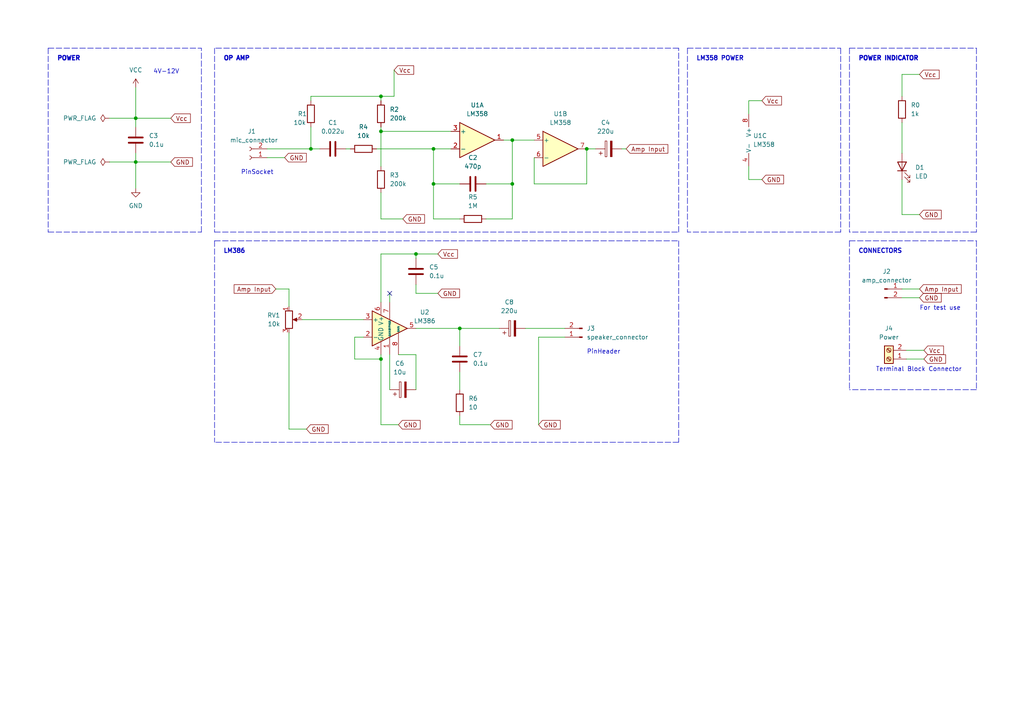
<source format=kicad_sch>
(kicad_sch (version 20211123) (generator eeschema)
  (paper "A4")
  (title_block (title "MIC TESTER") (date "2022-04-29") (rev "V1.0"))
  (lib_symbols
    (symbol "Amplifier_Audio:LM386" (pin_names (offset 0.127))
      (property "Reference" "U" (at 1.27 7.62 0))
      (property "Value" "LM386" (at 1.27 5.08 0))
      (symbol "LM386_0_1"
        (polyline (pts (xy 5.08 0) (xy -5.08 5.08) (xy -5.08 -5.08) (xy 5.08 0)) (stroke (width 0.254)) (fill (type background)))
      )
      (symbol "LM386_1_1"
        (pin input line (at 0 -7.62 90) (length 5.08) (name "GAIN") (number "1"))
        (pin input line (at -7.62 -2.54 0) (length 2.54) (name "-") (number "2"))
        (pin input line (at -7.62 2.54 0) (length 2.54) (name "+") (number "3"))
        (pin power_in line (at -2.54 -7.62 90) (length 3.81) (name "GND") (number "4"))
        (pin output line (at 7.62 0 180) (length 2.54) (name "~") (number "5"))
        (pin power_in line (at -2.54 7.62 270) (length 3.81) (name "V+") (number "6"))
        (pin input line (at 0 7.62 270) (length 5.08) (name "BYPASS") (number "7"))
        (pin input line (at 2.54 -7.62 90) (length 6.35) (name "GAIN") (number "8"))
      )
    )
    (symbol "Amplifier_Operational:LM358" (pin_names (offset 0.127))
      (property "Reference" "U" (at 0 5.08 0))
      (property "Value" "LM358" (at 0 -5.08 0))
      (symbol "LM358_1_1"
        (polyline (pts (xy -5.08 5.08) (xy 5.08 0) (xy -5.08 -5.08) (xy -5.08 5.08)) (stroke (width 0.254)) (fill (type background)))
        (pin output line (at 7.62 0 180) (length 2.54) (name "~") (number "1"))
        (pin input line (at -7.62 -2.54 0) (length 2.54) (name "-") (number "2"))
        (pin input line (at -7.62 2.54 0) (length 2.54) (name "+") (number "3"))
      )
      (symbol "LM358_2_1"
        (polyline (pts (xy -5.08 5.08) (xy 5.08 0) (xy -5.08 -5.08) (xy -5.08 5.08)) (stroke (width 0.254)) (fill (type background)))
        (pin input line (at -7.62 2.54 0) (length 2.54) (name "+") (number "5"))
        (pin input line (at -7.62 -2.54 0) (length 2.54) (name "-") (number "6"))
        (pin output line (at 7.62 0 180) (length 2.54) (name "~") (number "7"))
      )
      (symbol "LM358_3_1"
        (pin power_in line (at -2.54 -7.62 90) (length 3.81) (name "V-") (number "4"))
        (pin power_in line (at -2.54 7.62 270) (length 3.81) (name "V+") (number "8"))
      )
    )
    (symbol "Connector:Conn_01x02_Female" (pin_names (offset 1.016) hide)
      (property "Reference" "J" (at 0 2.54 0))
      (property "Value" "Conn_01x02_Female" (at 0 -5.08 0))
      (symbol "Conn_01x02_Female_1_1"
        (arc (start 0 -2.032) (mid -0.508 -2.54) (end 0 -3.048) (stroke (width 0.1524)))
        (polyline (pts (xy -1.27 -2.54) (xy -0.508 -2.54)) (stroke (width 0.1524)))
        (polyline (pts (xy -1.27 0) (xy -0.508 0)) (stroke (width 0.1524)))
        (arc (start 0 0.508) (mid -0.508 0) (end 0 -0.508) (stroke (width 0.1524)))
        (pin passive line (at -5.08 0 0) (length 3.81) (name "Pin_1") (number "1"))
        (pin passive line (at -5.08 -2.54 0) (length 3.81) (name "Pin_2") (number "2"))
      )
    )
    (symbol "Connector:Conn_01x02_Male" (pin_names (offset 1.016) hide)
      (property "Reference" "J" (at 0 2.54 0))
      (property "Value" "Conn_01x02_Male" (at 0 -5.08 0))
      (symbol "Conn_01x02_Male_1_1"
        (polyline (pts (xy 1.27 -2.54) (xy 0.8636 -2.54)) (stroke (width 0.1524)))
        (polyline (pts (xy 1.27 0) (xy 0.8636 0)) (stroke (width 0.1524)))
        (rectangle (start 0.8636 -2.413) (end 0 -2.667) (stroke (width 0.1524)) (fill (type outline)))
        (rectangle (start 0.8636 0.127) (end 0 -0.127) (stroke (width 0.1524)) (fill (type outline)))
        (pin passive line (at 5.08 0 180) (length 3.81) (name "Pin_1") (number "1"))
        (pin passive line (at 5.08 -2.54 180) (length 3.81) (name "Pin_2") (number "2"))
      )
    )
    (symbol "Connector:Screw_Terminal_01x02" (pin_names (offset 1.016) hide)
      (property "Reference" "J" (at 0 2.54 0))
      (property "Value" "Screw_Terminal_01x02" (at 0 -5.08 0))
      (symbol "Screw_Terminal_01x02_1_1"
        (rectangle (start -1.27 1.27) (end 1.27 -3.81) (stroke (width 0.254)) (fill (type background)))
        (circle (center 0 -2.54) (radius 0.635) (stroke (width 0.1524)))
        (polyline (pts (xy -0.5334 -2.2098) (xy 0.3302 -3.048)) (stroke (width 0.1524)))
        (polyline (pts (xy -0.5334 0.3302) (xy 0.3302 -0.508)) (stroke (width 0.1524)))
        (polyline (pts (xy -0.3556 -2.032) (xy 0.508 -2.8702)) (stroke (width 0.1524)))
        (polyline (pts (xy -0.3556 0.508) (xy 0.508 -0.3302)) (stroke (width 0.1524)))
        (circle (center 0 0) (radius 0.635) (stroke (width 0.1524)))
        (pin passive line (at -5.08 0 0) (length 3.81) (name "Pin_1") (number "1"))
        (pin passive line (at -5.08 -2.54 0) (length 3.81) (name "Pin_2") (number "2"))
      )
    )
    (symbol "Device:C" (pin_numbers hide) (pin_names (offset 0.254))
      (property "Reference" "C" (at 0.635 2.54 0))
      (property "Value" "C" (at 0.635 -2.54 0))
      (symbol "C_0_1"
        (polyline (pts (xy -2.032 -0.762) (xy 2.032 -0.762)) (stroke (width 0.508)))
        (polyline (pts (xy -2.032 0.762) (xy 2.032 0.762)) (stroke (width 0.508)))
      )
      (symbol "C_1_1"
        (pin passive line (at 0 3.81 270) (length 2.794) (name "~") (number "1"))
        (pin passive line (at 0 -3.81 90) (length 2.794) (name "~") (number "2"))
      )
    )
    (symbol "Device:C_Polarized" (pin_numbers hide) (pin_names (offset 0.254))
      (property "Reference" "C" (at 0.635 2.54 0))
      (property "Value" "C_Polarized" (at 0.635 -2.54 0))
      (symbol "C_Polarized_0_1"
        (rectangle (start -2.286 0.508) (end 2.286 1.016))
        (polyline (pts (xy -1.778 2.286) (xy -0.762 2.286)))
        (polyline (pts (xy -1.27 2.794) (xy -1.27 1.778)))
        (rectangle (start 2.286 -0.508) (end -2.286 -1.016) (fill (type outline)))
      )
      (symbol "C_Polarized_1_1"
        (pin passive line (at 0 3.81 270) (length 2.794) (name "~") (number "1"))
        (pin passive line (at 0 -3.81 90) (length 2.794) (name "~") (number "2"))
      )
    )
    (symbol "Device:LED" (pin_numbers hide) (pin_names (offset 1.016) hide)
      (property "Reference" "D" (at 0 2.54 0))
      (property "Value" "LED" (at 0 -2.54 0))
      (symbol "LED_0_1"
        (polyline (pts (xy -1.27 -1.27) (xy -1.27 1.27)) (stroke (width 0.254)))
        (polyline (pts (xy -1.27 0) (xy 1.27 0)))
        (polyline (pts (xy 1.27 -1.27) (xy 1.27 1.27) (xy -1.27 0) (xy 1.27 -1.27)) (stroke (width 0.254)))
        (polyline (pts (xy -3.048 -0.762) (xy -4.572 -2.286) (xy -3.81 -2.286) (xy -4.572 -2.286) (xy -4.572 -1.524)))
        (polyline (pts (xy -1.778 -0.762) (xy -3.302 -2.286) (xy -2.54 -2.286) (xy -3.302 -2.286) (xy -3.302 -1.524)))
      )
      (symbol "LED_1_1"
        (pin passive line (at -3.81 0 0) (length 2.54) (name "K") (number "1"))
        (pin passive line (at 3.81 0 180) (length 2.54) (name "A") (number "2"))
      )
    )
    (symbol "Device:R" (pin_numbers hide) (pin_names (offset 0))
      (property "Reference" "R" (at 2.032 0 90))
      (property "Value" "R" (at 0 0 90))
      (symbol "R_0_1"
        (rectangle (start -1.016 -2.54) (end 1.016 2.54) (stroke (width 0.254)))
      )
      (symbol "R_1_1"
        (pin passive line (at 0 3.81 270) (length 1.27) (name "~") (number "1"))
        (pin passive line (at 0 -3.81 90) (length 1.27) (name "~") (number "2"))
      )
    )
    (symbol "Device:R_Potentiometer" (pin_names (offset 1.016) hide)
      (property "Reference" "RV" (at -4.445 0 90))
      (property "Value" "R_Potentiometer" (at -2.54 0 90))
      (symbol "R_Potentiometer_0_1"
        (polyline (pts (xy 2.54 0) (xy 1.524 0)))
        (polyline (pts (xy 1.143 0) (xy 2.286 0.508) (xy 2.286 -0.508) (xy 1.143 0)) (fill (type outline)))
        (rectangle (start 1.016 2.54) (end -1.016 -2.54) (stroke (width 0.254)))
      )
      (symbol "R_Potentiometer_1_1"
        (pin passive line (at 0 3.81 270) (length 1.27) (name "1") (number "1"))
        (pin passive line (at 3.81 0 180) (length 1.27) (name "2") (number "2"))
        (pin passive line (at 0 -3.81 90) (length 1.27) (name "3") (number "3"))
      )
    )
    (symbol "power:GND" (power) (pin_names (offset 0))
      (property "Value" "GND" (at 0 -3.81 0))
      (symbol "GND_0_1"
        (polyline (pts (xy 0 0) (xy 0 -1.27) (xy 1.27 -1.27) (xy 0 -2.54) (xy -1.27 -1.27) (xy 0 -1.27)))
      )
      (symbol "GND_1_1"
        (pin power_in line (at 0 0 270) (length 0) hide (name "GND") (number "1"))
      )
    )
    (symbol "power:PWR_FLAG" (power) (pin_numbers hide) (pin_names (offset 0) hide)
      (property "Value" "PWR_FLAG" (at 0 3.81 0))
      (symbol "PWR_FLAG_0_0"
        (pin power_out line (at 0 0 90) (length 0) (name "pwr") (number "1"))
      )
      (symbol "PWR_FLAG_0_1"
        (polyline (pts (xy 0 0) (xy 0 1.27) (xy -1.016 1.905) (xy 0 2.54) (xy 1.016 1.905) (xy 0 1.27)))
      )
    )
    (symbol "power:VCC" (power) (pin_names (offset 0))
      (property "Value" "VCC" (at 0 3.81 0))
      (symbol "VCC_0_1"
        (polyline (pts (xy -0.762 1.27) (xy 0 2.54)))
        (polyline (pts (xy 0 0) (xy 0 2.54)))
        (polyline (pts (xy 0 2.54) (xy 0.762 1.27)))
      )
      (symbol "VCC_1_1"
        (pin power_in line (at 0 0 90) (length 0) hide (name "VCC") (number "1"))
      )
    )
  )
  (junction (at 110.49 38.1))
  (junction (at 90.17 43.18))
  (junction (at 125.73 43.18))
  (junction (at 133.35 95.25))
  (junction (at 120.65 73.66))
  (junction (at 39.37 46.99))
  (junction (at 110.49 104.14))
  (junction (at 110.49 27.94))
  (junction (at 125.73 53.34))
  (junction (at 170.18 43.18))
  (junction (at 148.59 53.34))
  (junction (at 148.59 40.64))
  (junction (at 39.37 34.29))
  (no_connect (at 113.03 85.09))
  (wire (pts (xy 142.24 123.19) (xy 133.35 123.19)))
  (wire (pts (xy 120.65 73.66) (xy 110.49 73.66)))
  (wire (pts (xy 156.21 97.79) (xy 156.21 123.19)))
  (wire (pts (xy 133.35 95.25) (xy 144.78 95.25)))
  (wire (pts (xy 114.3 27.94) (xy 114.3 20.32)))
  (wire (pts (xy 148.59 40.64) (xy 154.94 40.64)))
  (wire (pts (xy 39.37 25.4) (xy 39.37 34.29)))
  (polyline (pts (xy 283.21 69.85) (xy 283.21 113.03)))
  (wire (pts (xy 110.49 73.66) (xy 110.49 87.63)))
  (wire (pts (xy 110.49 27.94) (xy 114.3 27.94)))
  (wire (pts (xy 77.47 43.18) (xy 90.17 43.18)))
  (wire (pts (xy 39.37 46.99) (xy 39.37 54.61)))
  (wire (pts (xy 83.82 96.52) (xy 83.82 124.46)))
  (polyline (pts (xy 243.84 13.97) (xy 243.84 67.31)))
  (wire (pts (xy 39.37 34.29) (xy 31.75 34.29)))
  (wire (pts (xy 102.87 104.14) (xy 110.49 104.14)))
  (wire (pts (xy 217.17 29.21) (xy 220.98 29.21)))
  (wire (pts (xy 109.22 43.18) (xy 125.73 43.18)))
  (wire (pts (xy 110.49 27.94) (xy 110.49 29.21)))
  (wire (pts (xy 110.49 38.1) (xy 130.81 38.1)))
  (wire (pts (xy 125.73 53.34) (xy 133.35 53.34)))
  (wire (pts (xy 110.49 123.19) (xy 115.57 123.19)))
  (wire (pts (xy 170.18 43.18) (xy 172.72 43.18)))
  (wire (pts (xy 77.47 45.72) (xy 82.55 45.72)))
  (wire (pts (xy 154.94 45.72) (xy 154.94 53.34)))
  (polyline (pts (xy 62.23 69.85) (xy 62.23 128.27)))
  (polyline (pts (xy 283.21 67.31) (xy 246.38 67.31)))
  (polyline (pts (xy 283.21 13.97) (xy 283.21 67.31)))
  (polyline (pts (xy 243.84 67.31) (xy 199.39 67.31)))
  (wire (pts (xy 156.21 97.79) (xy 163.83 97.79)))
  (wire (pts (xy 125.73 43.18) (xy 130.81 43.18)))
  (wire (pts (xy 217.17 33.02) (xy 217.17 29.21)))
  (wire (pts (xy 261.62 52.07) (xy 261.62 62.23)))
  (wire (pts (xy 90.17 27.94) (xy 110.49 27.94)))
  (polyline (pts (xy 246.38 13.97) (xy 246.38 67.31)))
  (polyline (pts (xy 196.85 13.97) (xy 62.23 13.97)))
  (polyline (pts (xy 196.85 67.31) (xy 196.85 13.97)))
  (wire (pts (xy 148.59 40.64) (xy 148.59 53.34)))
  (wire (pts (xy 261.62 62.23) (xy 266.7 62.23)))
  (wire (pts (xy 146.05 40.64) (xy 148.59 40.64)))
  (wire (pts (xy 113.03 113.03) (xy 113.03 102.87)))
  (wire (pts (xy 152.4 95.25) (xy 163.83 95.25)))
  (polyline (pts (xy 13.97 67.31) (xy 58.42 67.31)))
  (polyline (pts (xy 58.42 67.31) (xy 58.42 13.97)))
  (wire (pts (xy 110.49 102.87) (xy 110.49 104.14)))
  (wire (pts (xy 217.17 48.26) (xy 217.17 52.07)))
  (wire (pts (xy 90.17 36.83) (xy 90.17 43.18)))
  (wire (pts (xy 88.9 124.46) (xy 83.82 124.46)))
  (wire (pts (xy 110.49 63.5) (xy 116.84 63.5)))
  (wire (pts (xy 120.65 95.25) (xy 133.35 95.25)))
  (wire (pts (xy 110.49 36.83) (xy 110.49 38.1)))
  (wire (pts (xy 261.62 83.82) (xy 266.7 83.82)))
  (wire (pts (xy 39.37 46.99) (xy 31.75 46.99)))
  (polyline (pts (xy 196.85 128.27) (xy 62.23 128.27)))
  (wire (pts (xy 140.97 53.34) (xy 148.59 53.34)))
  (wire (pts (xy 261.62 27.94) (xy 261.62 21.59)))
  (polyline (pts (xy 283.21 113.03) (xy 246.38 113.03)))
  (wire (pts (xy 262.89 104.14) (xy 267.97 104.14)))
  (wire (pts (xy 180.34 43.18) (xy 181.61 43.18)))
  (wire (pts (xy 170.18 43.18) (xy 170.18 53.34)))
  (wire (pts (xy 87.63 92.71) (xy 105.41 92.71)))
  (wire (pts (xy 154.94 53.34) (xy 170.18 53.34)))
  (wire (pts (xy 133.35 100.33) (xy 133.35 95.25)))
  (wire (pts (xy 125.73 43.18) (xy 125.73 53.34)))
  (wire (pts (xy 90.17 27.94) (xy 90.17 29.21)))
  (polyline (pts (xy 199.39 13.97) (xy 243.84 13.97)))
  (wire (pts (xy 102.87 97.79) (xy 102.87 104.14)))
  (wire (pts (xy 127 73.66) (xy 120.65 73.66)))
  (wire (pts (xy 92.71 43.18) (xy 90.17 43.18)))
  (wire (pts (xy 140.97 63.5) (xy 148.59 63.5)))
  (wire (pts (xy 133.35 107.95) (xy 133.35 113.03)))
  (polyline (pts (xy 246.38 13.97) (xy 283.21 13.97)))
  (wire (pts (xy 39.37 44.45) (xy 39.37 46.99)))
  (wire (pts (xy 113.03 85.09) (xy 113.03 87.63)))
  (wire (pts (xy 110.49 104.14) (xy 110.49 123.19)))
  (polyline (pts (xy 13.97 13.97) (xy 58.42 13.97)))
  (wire (pts (xy 100.33 43.18) (xy 101.6 43.18)))
  (polyline (pts (xy 246.38 69.85) (xy 246.38 113.03)))
  (polyline (pts (xy 246.38 69.85) (xy 283.21 69.85)))
  (wire (pts (xy 148.59 53.34) (xy 148.59 63.5)))
  (wire (pts (xy 133.35 63.5) (xy 125.73 63.5)))
  (wire (pts (xy 110.49 38.1) (xy 110.49 48.26)))
  (wire (pts (xy 49.53 46.99) (xy 39.37 46.99)))
  (polyline (pts (xy 62.23 13.97) (xy 62.23 67.31)))
  (wire (pts (xy 261.62 35.56) (xy 261.62 44.45)))
  (wire (pts (xy 110.49 55.88) (xy 110.49 63.5)))
  (polyline (pts (xy 199.39 13.97) (xy 199.39 67.31)))
  (wire (pts (xy 115.57 102.87) (xy 120.65 102.87)))
  (wire (pts (xy 120.65 74.93) (xy 120.65 73.66)))
  (wire (pts (xy 220.98 52.07) (xy 217.17 52.07)))
  (wire (pts (xy 83.82 88.9) (xy 83.82 83.82)))
  (polyline (pts (xy 13.97 13.97) (xy 13.97 67.31)))
  (wire (pts (xy 267.97 101.6) (xy 262.89 101.6)))
  (polyline (pts (xy 62.23 67.31) (xy 196.85 67.31)))
  (wire (pts (xy 261.62 86.36) (xy 266.7 86.36)))
  (wire (pts (xy 105.41 97.79) (xy 102.87 97.79)))
  (wire (pts (xy 39.37 34.29) (xy 49.53 34.29)))
  (wire (pts (xy 120.65 85.09) (xy 127 85.09)))
  (polyline (pts (xy 62.23 69.85) (xy 196.85 69.85)))
  (polyline (pts (xy 196.85 69.85) (xy 196.85 128.27)))
  (wire (pts (xy 125.73 53.34) (xy 125.73 63.5)))
  (wire (pts (xy 133.35 123.19) (xy 133.35 120.65)))
  (wire (pts (xy 39.37 34.29) (xy 39.37 36.83)))
  (wire (pts (xy 80.01 83.82) (xy 83.82 83.82)))
  (wire (pts (xy 261.62 21.59) (xy 266.7 21.59)))
  (wire (pts (xy 120.65 102.87) (xy 120.65 113.03)))
  (wire (pts (xy 120.65 82.55) (xy 120.65 85.09)))
  (text "POWER INDICATOR" (at 248.92 17.78 0) (effects (font (size 1.27 1.27) (thickness 0.508) bold) (justify left bottom)))
  (text "OP AMP" (at 64.77 17.78 0) (effects (font (size 1.27 1.27) (thickness 0.508) bold) (justify left bottom)))
  (text "For test use" (at 266.7 90.17 0) (effects (font (size 1.27 1.27)) (justify left bottom)))
  (text "LM358 POWER" (at 201.93 17.78 0) (effects (font (size 1.27 1.27) (thickness 0.254) bold) (justify left bottom)))
  (text "PinSocket" (at 69.85 50.8 0) (effects (font (size 1.27 1.27)) (justify left bottom)))
  (text "4V-12V" (at 44.45 21.59 0) (effects (font (size 1.27 1.27)) (justify left bottom)))
  (text "Terminal Block Connector" (at 254 107.95 0) (effects (font (size 1.27 1.27)) (justify left bottom)))
  (text "CONNECTORS\n" (at 248.92 73.66 0) (effects (font (size 1.27 1.27) bold) (justify left bottom)))
  (text "LM386" (at 64.77 73.66 0) (effects (font (size 1.27 1.27) bold) (justify left bottom)))
  (text "POWER" (at 16.51 17.78 0) (effects (font (size 1.27 1.27) (thickness 0.508) bold) (justify left bottom)))
  (text "PinHeader" (at 170.18 102.87 0) (effects (font (size 1.27 1.27)) (justify left bottom)))
  (global_label "GND" (shape input) (at 267.97 104.14 0) (property "Intersheet References" "${INTERSHEET_REFS}" (effects hide)))
  (global_label "GND" (shape input) (at 49.53 46.99 0) (property "Intersheet References" "${INTERSHEET_REFS}" (effects hide)))
  (global_label "GND" (shape input) (at 142.24 123.19 0) (property "Intersheet References" "${INTERSHEET_REFS}" (effects hide)))
  (global_label "Vcc" (shape input) (at 114.3 20.32 0) (property "Intersheet References" "${INTERSHEET_REFS}" (effects hide)))
  (global_label "GND" (shape input) (at 115.57 123.19 0) (property "Intersheet References" "${INTERSHEET_REFS}" (effects hide)))
  (global_label "Amp Input" (shape input) (at 266.7 83.82 0) (property "Intersheet References" "${INTERSHEET_REFS}" (effects hide)))
  (global_label "Vcc" (shape input) (at 49.53 34.29 0) (property "Intersheet References" "${INTERSHEET_REFS}" (effects hide)))
  (global_label "Amp Input" (shape input) (at 181.61 43.18 0) (property "Intersheet References" "${INTERSHEET_REFS}" (effects hide)))
  (global_label "GND" (shape input) (at 156.21 123.19 0) (property "Intersheet References" "${INTERSHEET_REFS}" (effects hide)))
  (global_label "GND" (shape input) (at 266.7 86.36 0) (property "Intersheet References" "${INTERSHEET_REFS}" (effects hide)))
  (global_label "GND" (shape input) (at 220.98 52.07 0) (property "Intersheet References" "${INTERSHEET_REFS}" (effects hide)))
  (global_label "Amp Input" (shape input) (at 80.01 83.82 180) (property "Intersheet References" "${INTERSHEET_REFS}" (effects hide)))
  (global_label "GND" (shape input) (at 82.55 45.72 0) (property "Intersheet References" "${INTERSHEET_REFS}" (effects hide)))
  (global_label "GND" (shape input) (at 88.9 124.46 0) (property "Intersheet References" "${INTERSHEET_REFS}" (effects hide)))
  (global_label "Vcc" (shape input) (at 127 73.66 0) (property "Intersheet References" "${INTERSHEET_REFS}" (effects hide)))
  (global_label "Vcc" (shape input) (at 220.98 29.21 0) (property "Intersheet References" "${INTERSHEET_REFS}" (effects hide)))
  (global_label "Vcc" (shape input) (at 266.7 21.59 0) (property "Intersheet References" "${INTERSHEET_REFS}" (effects hide)))
  (global_label "GND" (shape input) (at 266.7 62.23 0) (property "Intersheet References" "${INTERSHEET_REFS}" (effects hide)))
  (global_label "GND" (shape input) (at 116.84 63.5 0) (property "Intersheet References" "${INTERSHEET_REFS}" (effects hide)))
  (global_label "Vcc" (shape input) (at 267.97 101.6 0) (property "Intersheet References" "${INTERSHEET_REFS}" (effects hide)))
  (global_label "GND" (shape input) (at 127 85.09 0) (property "Intersheet References" "${INTERSHEET_REFS}" (effects hide)))
  (symbol (lib_id "power:PWR_FLAG") (at 31.75 46.99 90) (unit 1)
    (property "Reference" "#FLG0102" (effects hide))
    (property "Value" "PWR_FLAG" (at 27.94 46.9899 90) (effects (justify left)))
  )
  (symbol (lib_id "Device:C_Polarized") (at 148.59 95.25 90) (unit 1)
    (property "Reference" "C8" (at 147.701 87.63 90))
    (property "Value" "220u" (at 147.701 90.17 90))
    (property "Footprint" "Capacitor_THT:CP_Radial_D10.0mm_P2.50mm" (effects hide))
  )
  (symbol (lib_id "Device:LED") (at 261.62 48.26 90) (unit 1)
    (property "Reference" "D1" (at 265.43 48.5774 90) (effects (justify right)))
    (property "Value" "LED" (at 265.43 51.1174 90) (effects (justify right)))
    (property "Footprint" "LED_THT:LED_D5.0mm" (effects hide))
  )
  (symbol (lib_id "Device:C") (at 39.37 40.64 180) (unit 1)
    (property "Reference" "C3" (at 43.18 39.3699 0) (effects (justify right)))
    (property "Value" "0.1u" (at 43.18 41.9099 0) (effects (justify right)))
    (property "Footprint" "Capacitor_THT:C_Disc_D5.0mm_W2.5mm_P2.50mm" (effects hide))
  )
  (symbol (lib_id "Connector:Screw_Terminal_01x02") (at 257.81 104.14 180) (unit 1)
    (property "Reference" "J4" (at 257.81 95.25 0))
    (property "Value" "Power" (at 257.81 97.79 0))
    (property "Footprint" "TerminalBlock_Phoenix:TerminalBlock_Phoenix_MKDS-1,5-2-5.08_1x02_P5.08mm_Horizontal" (effects hide))
  )
  (symbol (lib_id "Device:R") (at 133.35 116.84 0) (unit 1)
    (property "Reference" "R6" (at 135.89 115.5699 0) (effects (justify left)))
    (property "Value" "10" (at 135.89 118.1099 0) (effects (justify left)))
    (property "Footprint" "Resistor_THT:R_Axial_DIN0207_L6.3mm_D2.5mm_P10.16mm_Horizontal" (effects hide))
  )
  (symbol (lib_id "Amplifier_Operational:LM358") (at 162.56 43.18 0) (unit 2)
    (property "Reference" "U1" (at 162.56 33.02 0))
    (property "Value" "LM358" (at 162.56 35.56 0))
    (property "Footprint" "Package_DIP:DIP-8_W7.62mm" (effects hide))
    (property "Datasheet" "http://www.ti.com/lit/ds/symlink/lm2904-n.pdf" (effects hide))
  )
  (symbol (lib_id "Device:R") (at 105.41 43.18 90) (unit 1)
    (property "Reference" "R4" (at 105.41 36.83 90))
    (property "Value" "10k" (at 105.41 39.37 90))
    (property "Footprint" "Resistor_THT:R_Axial_DIN0207_L6.3mm_D2.5mm_P10.16mm_Horizontal" (effects hide))
  )
  (symbol (lib_id "Device:C_Polarized") (at 176.53 43.18 90) (unit 1)
    (property "Reference" "C4" (at 175.641 35.56 90))
    (property "Value" "220u" (at 175.641 38.1 90))
    (property "Footprint" "Capacitor_THT:CP_Radial_D10.0mm_P2.50mm" (effects hide))
  )
  (symbol (lib_id "Device:R") (at 261.62 31.75 0) (unit 1)
    (property "Reference" "R0" (at 264.16 30.4799 0) (effects (justify left)))
    (property "Value" "1k" (at 264.16 33.0199 0) (effects (justify left)))
    (property "Footprint" "Resistor_THT:R_Axial_DIN0207_L6.3mm_D2.5mm_P10.16mm_Horizontal" (effects hide))
  )
  (symbol (lib_id "Connector:Conn_01x02_Female") (at 72.39 45.72 180) (unit 1)
    (property "Reference" "J1" (at 73.025 38.1 0))
    (property "Value" "mic_connector" (at 73.66 40.64 0))
    (property "Footprint" "Connector_PinSocket_2.54mm:PinSocket_1x02_P2.54mm_Vertical" (effects hide))
  )
  (symbol (lib_id "Amplifier_Operational:LM358") (at 138.43 40.64 0) (unit 1)
    (property "Reference" "U1" (at 138.43 30.48 0))
    (property "Value" "LM358" (at 138.43 33.02 0))
    (property "Footprint" "Package_DIP:DIP-8_W7.62mm" (effects hide))
    (property "Datasheet" "http://www.ti.com/lit/ds/symlink/lm2904-n.pdf" (effects hide))
  )
  (symbol (lib_id "Connector:Conn_01x02_Male") (at 168.91 97.79 180) (unit 1)
    (property "Reference" "J3" (at 170.18 95.2499 0) (effects (justify right)))
    (property "Value" "speaker_connector" (at 170.18 97.7899 0) (effects (justify right)))
    (property "Footprint" "Connector_PinHeader_2.54mm:PinHeader_1x02_P2.54mm_Vertical" (effects hide))
  )
  (symbol (lib_id "Device:C") (at 96.52 43.18 90) (unit 1)
    (property "Reference" "C1" (at 96.52 35.56 90))
    (property "Value" "0.022u" (at 96.52 38.1 90))
    (property "Footprint" "Capacitor_THT:C_Disc_D5.0mm_W2.5mm_P2.50mm" (effects hide))
  )
  (symbol (lib_id "Device:R") (at 110.49 33.02 180) (unit 1)
    (property "Reference" "R2" (at 113.03 31.7499 0) (effects (justify right)))
    (property "Value" "200k" (at 113.03 34.2899 0) (effects (justify right)))
    (property "Footprint" "Resistor_THT:R_Axial_DIN0207_L6.3mm_D2.5mm_P10.16mm_Horizontal" (effects hide))
  )
  (symbol (lib_id "Device:R") (at 137.16 63.5 90) (unit 1)
    (property "Reference" "R5" (at 137.16 57.15 90))
    (property "Value" "1M" (at 137.16 59.69 90))
    (property "Footprint" "Resistor_THT:R_Axial_DIN0207_L6.3mm_D2.5mm_P10.16mm_Horizontal" (effects hide))
  )
  (symbol (lib_id "Device:C") (at 137.16 53.34 90) (unit 1)
    (property "Reference" "C2" (at 137.16 45.72 90))
    (property "Value" "470p" (at 137.16 48.26 90))
    (property "Footprint" "Capacitor_THT:C_Disc_D5.0mm_W2.5mm_P2.50mm" (effects hide))
  )
  (symbol (lib_id "Device:R") (at 110.49 52.07 0) (unit 1)
    (property "Reference" "R3" (at 113.03 50.7999 0) (effects (justify left)))
    (property "Value" "200k" (at 113.03 53.3399 0) (effects (justify left)))
    (property "Footprint" "Resistor_THT:R_Axial_DIN0207_L6.3mm_D2.5mm_P10.16mm_Horizontal" (effects hide))
  )
  (symbol (lib_id "Connector:Conn_01x02_Male") (at 256.54 83.82 0) (unit 1)
    (property "Reference" "J2" (at 257.175 78.74 0))
    (property "Value" "amp_connector" (at 257.175 81.28 0))
    (property "Footprint" "Connector_PinHeader_2.54mm:PinHeader_1x02_P2.54mm_Vertical" (effects hide))
  )
  (symbol (lib_id "Amplifier_Audio:LM386") (at 113.03 95.25 0) (unit 1)
    (property "Reference" "U2" (at 123.19 90.551 0))
    (property "Value" "LM386" (at 123.19 93.091 0))
    (property "Footprint" "Package_DIP:DIP-8_W7.62mm" (effects hide))
    (property "Datasheet" "http://www.ti.com/lit/ds/symlink/lm386.pdf" (effects hide))
  )
  (symbol (lib_id "Amplifier_Operational:LM358") (at 219.71 40.64 0) (unit 3)
    (property "Reference" "U1" (at 218.44 39.3699 0) (effects (justify left)))
    (property "Value" "LM358" (at 218.44 41.9099 0) (effects (justify left)))
    (property "Footprint" "Package_DIP:DIP-8_W7.62mm" (effects hide))
    (property "Datasheet" "http://www.ti.com/lit/ds/symlink/lm2904-n.pdf" (effects hide))
  )
  (symbol (lib_id "power:PWR_FLAG") (at 31.75 34.29 90) (unit 1)
    (property "Reference" "#FLG0101" (effects hide))
    (property "Value" "PWR_FLAG" (at 27.94 34.2899 90) (effects (justify left)))
  )
  (symbol (lib_id "Device:R_Potentiometer") (at 83.82 92.71 0) (unit 1)
    (property "Reference" "RV1" (at 81.28 91.4399 0) (effects (justify right)))
    (property "Value" "10k" (at 81.28 93.9799 0) (effects (justify right)))
    (property "Footprint" "Potentiometer_THT:Potentiometer_Runtron_RM-065_Vertical" (effects hide))
  )
  (symbol (lib_id "Device:R") (at 90.17 33.02 0) (unit 1)
    (property "Reference" "R1" (at 86.36 33.02 0) (effects (justify left)))
    (property "Value" "10k" (at 85.09 35.56 0) (effects (justify left)))
    (property "Footprint" "Resistor_THT:R_Axial_DIN0207_L6.3mm_D2.5mm_P10.16mm_Horizontal" (effects hide))
  )
  (symbol (lib_id "Device:C_Polarized") (at 116.84 113.03 90) (unit 1)
    (property "Reference" "C6" (at 115.951 105.41 90))
    (property "Value" "10u" (at 115.951 107.95 90))
    (property "Footprint" "Capacitor_THT:CP_Radial_D5.0mm_P2.50mm" (effects hide))
  )
  (symbol (lib_id "Device:C") (at 133.35 104.14 0) (unit 1)
    (property "Reference" "C7" (at 137.16 102.8699 0) (effects (justify left)))
    (property "Value" "0.1u" (at 137.16 105.4099 0) (effects (justify left)))
    (property "Footprint" "Capacitor_THT:C_Disc_D5.0mm_W2.5mm_P2.50mm" (effects hide))
  )
  (symbol (lib_id "power:GND") (at 39.37 54.61 0) (unit 1)
    (property "Reference" "#PWR0101" (effects hide))
    (property "Value" "GND" (at 39.37 59.69 0))
  )
  (symbol (lib_id "power:VCC") (at 39.37 25.4 0) (unit 1)
    (property "Reference" "#PWR03" (effects hide))
    (property "Value" "VCC" (at 39.37 20.32 0))
  )
  (symbol (lib_id "Device:C") (at 120.65 78.74 0) (unit 1)
    (property "Reference" "C5" (at 124.46 77.4699 0) (effects (justify left)))
    (property "Value" "0.1u" (at 124.46 80.0099 0) (effects (justify left)))
    (property "Footprint" "Capacitor_THT:C_Disc_D5.0mm_W2.5mm_P2.50mm" (effects hide))
  )
)
</source>
